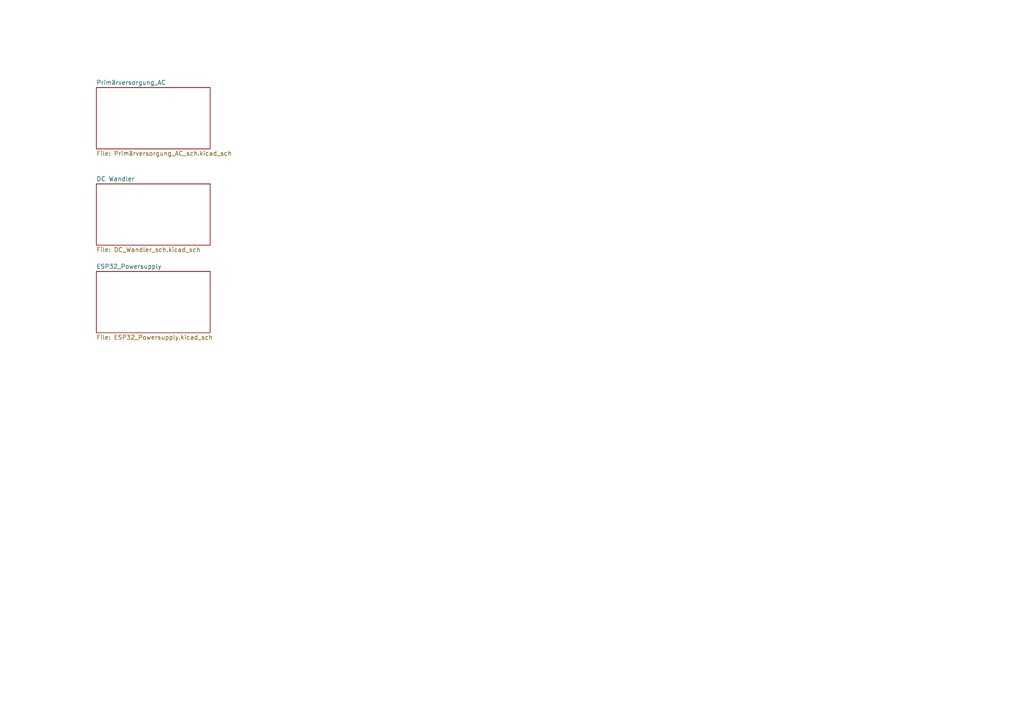
<source format=kicad_sch>
(kicad_sch
	(version 20250114)
	(generator "eeschema")
	(generator_version "9.0")
	(uuid "54ba880c-6f45-4384-abe4-52c776779a10")
	(paper "A4")
	(lib_symbols)
	(sheet
		(at 27.94 53.34)
		(size 33.02 17.78)
		(exclude_from_sim no)
		(in_bom yes)
		(on_board yes)
		(dnp no)
		(fields_autoplaced yes)
		(stroke
			(width 0.1524)
			(type solid)
		)
		(fill
			(color 0 0 0 0.0000)
		)
		(uuid "09209532-6ee6-4653-b225-27f48971e47a")
		(property "Sheetname" "DC Wandler"
			(at 27.94 52.6284 0)
			(effects
				(font
					(size 1.27 1.27)
				)
				(justify left bottom)
			)
		)
		(property "Sheetfile" "DC_Wandler_sch.kicad_sch"
			(at 27.94 71.7046 0)
			(effects
				(font
					(size 1.27 1.27)
				)
				(justify left top)
			)
		)
		(instances
			(project "Steckdosenleiste"
				(path "/54ba880c-6f45-4384-abe4-52c776779a10"
					(page "3")
				)
			)
		)
	)
	(sheet
		(at 27.94 25.4)
		(size 33.02 17.78)
		(exclude_from_sim no)
		(in_bom yes)
		(on_board yes)
		(dnp no)
		(fields_autoplaced yes)
		(stroke
			(width 0.1524)
			(type solid)
		)
		(fill
			(color 0 0 0 0.0000)
		)
		(uuid "842198c2-21b4-434c-b05d-efb50c199d16")
		(property "Sheetname" "Primärversorgung_AC"
			(at 27.94 24.6884 0)
			(effects
				(font
					(size 1.27 1.27)
				)
				(justify left bottom)
			)
		)
		(property "Sheetfile" "Primärversorgung_AC_sch.kicad_sch"
			(at 27.94 43.7646 0)
			(effects
				(font
					(size 1.27 1.27)
				)
				(justify left top)
			)
		)
		(instances
			(project "Steckdosenleiste"
				(path "/54ba880c-6f45-4384-abe4-52c776779a10"
					(page "2")
				)
			)
		)
	)
	(sheet
		(at 27.94 78.74)
		(size 33.02 17.78)
		(exclude_from_sim no)
		(in_bom yes)
		(on_board yes)
		(dnp no)
		(fields_autoplaced yes)
		(stroke
			(width 0.1524)
			(type solid)
		)
		(fill
			(color 0 0 0 0.0000)
		)
		(uuid "a2713313-161a-4307-8627-556664dfa926")
		(property "Sheetname" "ESP32_Powersupply"
			(at 27.94 78.0284 0)
			(effects
				(font
					(size 1.27 1.27)
				)
				(justify left bottom)
			)
		)
		(property "Sheetfile" "ESP32_Powersupply.kicad_sch"
			(at 27.94 97.1046 0)
			(effects
				(font
					(size 1.27 1.27)
				)
				(justify left top)
			)
		)
		(instances
			(project "Steckdosenleiste"
				(path "/54ba880c-6f45-4384-abe4-52c776779a10"
					(page "4")
				)
			)
		)
	)
	(sheet_instances
		(path "/"
			(page "1")
		)
	)
	(embedded_fonts no)
)

</source>
